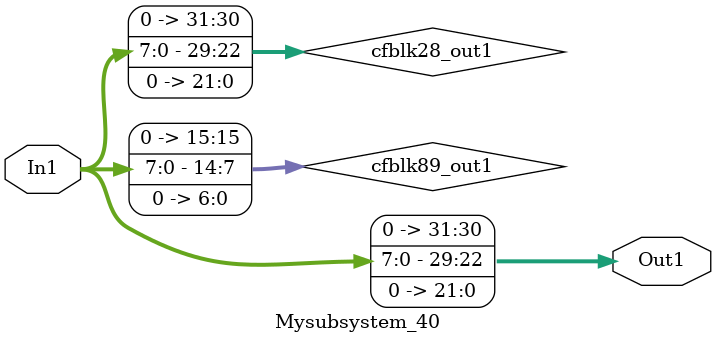
<source format=v>



`timescale 1 ns / 1 ns

module Mysubsystem_40
          (In1,
           Out1);


  input   [7:0] In1;  // uint8
  output  [31:0] Out1;  // ufix32_En22


  wire [15:0] cfblk89_out1;  // ufix16_En7
  wire [31:0] cfblk28_out1;  // ufix32_En22


  assign cfblk89_out1 = {1'b0, {In1, 7'b0000000}};



  assign cfblk28_out1 = {1'b0, {cfblk89_out1, 15'b000000000000000}};



  assign Out1 = cfblk28_out1;

endmodule  // Mysubsystem_40


</source>
